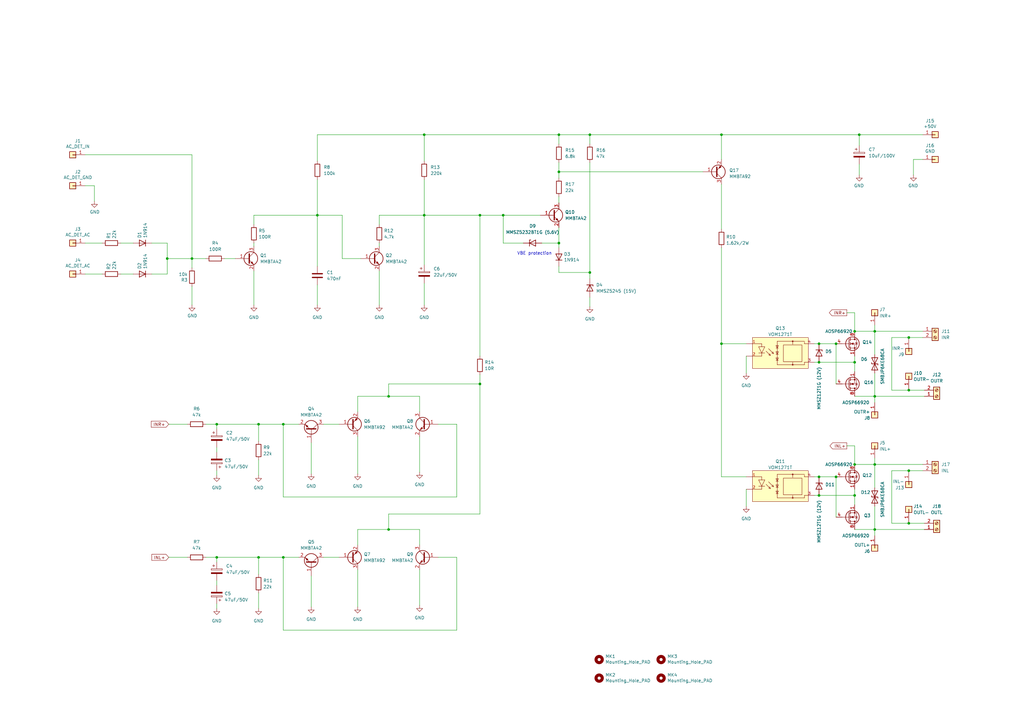
<source format=kicad_sch>
(kicad_sch (version 20230121) (generator eeschema)
  (paper "A3")
  (title_block (title "LS protection solid state relais") (date "2023-03-05") (rev "V4"))
  (lib_symbols
    (symbol "Connector:Screw_Terminal_01x02" (pin_names (offset 1.016) hide)
      (property "Reference" "J" (at 0 2.54 0))
      (property "Value" "Screw_Terminal_01x02" (at 0 -5.08 0))
      (symbol "Screw_Terminal_01x02_1_1"
        (rectangle (start -1.27 1.27) (end 1.27 -3.81) (stroke (width 0.254)) (fill (type background)))
        (circle (center 0 -2.54) (radius 0.635) (stroke (width 0.1524)))
        (polyline (pts (xy -0.5334 -2.2098) (xy 0.3302 -3.048)) (stroke (width 0.1524)))
        (polyline (pts (xy -0.5334 0.3302) (xy 0.3302 -0.508)) (stroke (width 0.1524)))
        (polyline (pts (xy -0.3556 -2.032) (xy 0.508 -2.8702)) (stroke (width 0.1524)))
        (polyline (pts (xy -0.3556 0.508) (xy 0.508 -0.3302)) (stroke (width 0.1524)))
        (circle (center 0 0) (radius 0.635) (stroke (width 0.1524)))
        (pin passive line (at -5.08 0 0) (length 3.81) (name "Pin_1") (number "1"))
        (pin passive line (at -5.08 -2.54 0) (length 3.81) (name "Pin_2") (number "2"))
      )
    )
    (symbol "Connector_Generic:Conn_01x01" (pin_names (offset 1.016) hide)
      (property "Reference" "J" (at 0 2.54 0))
      (property "Value" "Conn_01x01" (at 0 -2.54 0))
      (symbol "Conn_01x01_1_1"
        (rectangle (start -1.27 0.127) (end 0 -0.127) (stroke (width 0.1524)))
        (rectangle (start -1.27 1.27) (end 1.27 -1.27) (stroke (width 0.254)) (fill (type background)))
        (pin passive line (at -5.08 0 0) (length 3.81) (name "Pin_1") (number "1"))
      )
    )
    (symbol "Device:C" (pin_numbers hide) (pin_names (offset 0.254))
      (property "Reference" "C" (at 0.635 2.54 0))
      (property "Value" "C" (at 0.635 -2.54 0))
      (symbol "C_0_1"
        (polyline (pts (xy -2.032 -0.762) (xy 2.032 -0.762)) (stroke (width 0.508)))
        (polyline (pts (xy -2.032 0.762) (xy 2.032 0.762)) (stroke (width 0.508)))
      )
      (symbol "C_1_1"
        (pin passive line (at 0 3.81 270) (length 2.794) (name "~") (number "1"))
        (pin passive line (at 0 -3.81 90) (length 2.794) (name "~") (number "2"))
      )
    )
    (symbol "Device:C_Polarized" (pin_numbers hide) (pin_names (offset 0.254))
      (property "Reference" "C" (at 0.635 2.54 0))
      (property "Value" "C_Polarized" (at 0.635 -2.54 0))
      (symbol "C_Polarized_0_1"
        (rectangle (start -2.286 0.508) (end 2.286 1.016))
        (polyline (pts (xy -1.778 2.286) (xy -0.762 2.286)))
        (polyline (pts (xy -1.27 2.794) (xy -1.27 1.778)))
        (rectangle (start 2.286 -0.508) (end -2.286 -1.016) (fill (type outline)))
      )
      (symbol "C_Polarized_1_1"
        (pin passive line (at 0 3.81 270) (length 2.794) (name "~") (number "1"))
        (pin passive line (at 0 -3.81 90) (length 2.794) (name "~") (number "2"))
      )
    )
    (symbol "Device:D_TVS" (pin_numbers hide) (pin_names (offset 1.016) hide)
      (property "Reference" "D" (at 0 2.54 0))
      (property "Value" "D_TVS" (at 0 -2.54 0))
      (symbol "D_TVS_0_1"
        (polyline (pts (xy 1.27 0) (xy -1.27 0)))
        (polyline (pts (xy 0.508 1.27) (xy 0 1.27) (xy 0 -1.27) (xy -0.508 -1.27)) (stroke (width 0.254)))
        (polyline (pts (xy -2.54 1.27) (xy -2.54 -1.27) (xy 2.54 1.27) (xy 2.54 -1.27) (xy -2.54 1.27)) (stroke (width 0.254)))
      )
      (symbol "D_TVS_1_1"
        (pin passive line (at -3.81 0 0) (length 2.54) (name "A1") (number "1"))
        (pin passive line (at 3.81 0 180) (length 2.54) (name "A2") (number "2"))
      )
    )
    (symbol "Device:R" (pin_numbers hide) (pin_names (offset 0))
      (property "Reference" "R" (at 2.032 0 90))
      (property "Value" "R" (at 0 0 90))
      (symbol "R_0_1"
        (rectangle (start -1.016 -2.54) (end 1.016 2.54) (stroke (width 0.254)))
      )
      (symbol "R_1_1"
        (pin passive line (at 0 3.81 270) (length 1.27) (name "~") (number "1"))
        (pin passive line (at 0 -3.81 90) (length 1.27) (name "~") (number "2"))
      )
    )
    (symbol "Diode:1N4148" (pin_numbers hide) (pin_names (offset 1.016) hide)
      (property "Reference" "D" (at 0 2.54 0))
      (property "Value" "1N4148" (at 0 -2.54 0))
      (symbol "1N4148_0_1"
        (polyline (pts (xy -1.27 1.27) (xy -1.27 -1.27)) (stroke (width 0.254)))
        (polyline (pts (xy 1.27 0) (xy -1.27 0)))
        (polyline (pts (xy 1.27 1.27) (xy 1.27 -1.27) (xy -1.27 0) (xy 1.27 1.27)) (stroke (width 0.254)))
      )
      (symbol "1N4148_1_1"
        (pin passive line (at -3.81 0 0) (length 2.54) (name "K") (number "1"))
        (pin passive line (at 3.81 0 180) (length 2.54) (name "A") (number "2"))
      )
    )
    (symbol "Diode:1N47xxA" (pin_numbers hide) (pin_names (offset 1.016) hide)
      (property "Reference" "D" (at 0 2.54 0))
      (property "Value" "1N47xxA" (at 0 -2.54 0))
      (symbol "1N47xxA_0_1"
        (polyline (pts (xy 1.27 0) (xy -1.27 0)))
        (polyline (pts (xy -1.27 -1.27) (xy -1.27 1.27) (xy -0.762 1.27)) (stroke (width 0.254)))
        (polyline (pts (xy 1.27 -1.27) (xy 1.27 1.27) (xy -1.27 0) (xy 1.27 -1.27)) (stroke (width 0.254)))
      )
      (symbol "1N47xxA_1_1"
        (pin passive line (at -3.81 0 0) (length 2.54) (name "K") (number "1"))
        (pin passive line (at 3.81 0 180) (length 2.54) (name "A") (number "2"))
      )
    )
    (symbol "Mechanical:MountingHole" (pin_names (offset 1.016))
      (property "Reference" "H" (at 0 5.08 0))
      (property "Value" "MountingHole" (at 0 3.175 0))
      (symbol "MountingHole_0_1"
        (circle (center 0 0) (radius 1.27) (stroke (width 1.27)))
      )
    )
    (symbol "Transistor_BJT:MMBTA42" (pin_names (offset 0) hide)
      (property "Reference" "Q" (at 5.08 1.905 0))
      (property "Value" "MMBTA42" (at 5.08 0 0))
      (symbol "MMBTA42_0_1"
        (polyline (pts (xy 0 0) (xy 0.635 0)))
        (polyline (pts (xy 0.635 0.635) (xy 2.54 2.54)))
        (polyline (pts (xy 0.635 -0.635) (xy 2.54 -2.54) (xy 2.54 -2.54)))
        (polyline (pts (xy 0.635 1.905) (xy 0.635 -1.905) (xy 0.635 -1.905)) (stroke (width 0.508)))
        (polyline (pts (xy 1.27 -1.778) (xy 1.778 -1.27) (xy 2.286 -2.286) (xy 1.27 -1.778) (xy 1.27 -1.778)) (fill (type outline)))
        (circle (center 1.27 0) (radius 2.8194) (stroke (width 0.254)))
      )
      (symbol "MMBTA42_1_1"
        (pin input line (at -5.08 0 0) (length 5.08) (name "B") (number "1"))
        (pin passive line (at 2.54 -5.08 90) (length 2.54) (name "E") (number "2"))
        (pin passive line (at 2.54 5.08 270) (length 2.54) (name "C") (number "3"))
      )
    )
    (symbol "Transistor_BJT:MMBTA92" (pin_names (offset 0) hide)
      (property "Reference" "Q" (at 5.08 1.905 0))
      (property "Value" "MMBTA92" (at 5.08 0 0))
      (symbol "MMBTA92_0_1"
        (polyline (pts (xy 0 0) (xy 0.635 0)))
        (polyline (pts (xy 2.54 -2.54) (xy 0.635 -0.635)))
        (polyline (pts (xy 2.54 2.54) (xy 0.635 0.635)))
        (polyline (pts (xy 0.635 1.905) (xy 0.635 -1.905) (xy 0.635 -1.905)) (stroke (width 0.508)) (fill (type outline)))
        (polyline (pts (xy 1.905 -2.413) (xy 2.413 -1.905) (xy 1.397 -1.397) (xy 1.905 -2.413) (xy 1.905 -2.413)) (fill (type outline)))
        (circle (center 1.27 0) (radius 2.8194) (stroke (width 0.254)))
      )
      (symbol "MMBTA92_1_1"
        (pin input line (at -5.08 0 0) (length 5.08) (name "B") (number "1"))
        (pin passive line (at 2.54 -5.08 90) (length 2.54) (name "E") (number "2"))
        (pin passive line (at 2.54 5.08 270) (length 2.54) (name "C") (number "3"))
      )
    )
    (symbol "Transistor_FET:IRF7403" (pin_names hide)
      (property "Reference" "Q" (at 5.08 2.54 0))
      (property "Value" "IRF7403" (at 5.08 0 0))
      (symbol "IRF7403_0_1"
        (polyline (pts (xy 0.254 0) (xy -2.54 0)))
        (polyline (pts (xy 0.254 1.905) (xy 0.254 -1.905)) (stroke (width 0.254)))
        (polyline (pts (xy 0.762 -1.27) (xy 0.762 -2.286)) (stroke (width 0.254)))
        (polyline (pts (xy 0.762 0.508) (xy 0.762 -0.508)) (stroke (width 0.254)))
        (polyline (pts (xy 0.762 2.286) (xy 0.762 1.27)) (stroke (width 0.254)))
        (polyline (pts (xy 2.54 2.54) (xy 2.54 1.778)))
        (polyline (pts (xy 2.54 -2.54) (xy 2.54 0) (xy 0.762 0)))
        (polyline (pts (xy 0.762 -1.778) (xy 3.302 -1.778) (xy 3.302 1.778) (xy 0.762 1.778)))
        (polyline (pts (xy 1.016 0) (xy 2.032 0.381) (xy 2.032 -0.381) (xy 1.016 0)) (fill (type outline)))
        (polyline (pts (xy 2.794 0.508) (xy 2.921 0.381) (xy 3.683 0.381) (xy 3.81 0.254)))
        (polyline (pts (xy 3.302 0.381) (xy 2.921 -0.254) (xy 3.683 -0.254) (xy 3.302 0.381)))
        (circle (center 1.651 0) (radius 2.794) (stroke (width 0.254)))
        (circle (center 2.54 -1.778) (radius 0.254) (fill (type outline)))
        (circle (center 2.54 1.778) (radius 0.254) (fill (type outline)))
      )
      (symbol "IRF7403_1_1"
        (pin passive line (at 2.54 -5.08 90) (length 2.54) (name "S") (number "1"))
        (pin passive line (at 2.54 -5.08 90) (length 2.54) hide (name "S") (number "2"))
        (pin passive line (at 2.54 -5.08 90) (length 2.54) hide (name "S") (number "3"))
        (pin input line (at -5.08 0 0) (length 2.54) (name "G") (number "4"))
        (pin passive line (at 2.54 5.08 270) (length 2.54) hide (name "D") (number "5"))
        (pin passive line (at 2.54 5.08 270) (length 2.54) hide (name "D") (number "6"))
        (pin passive line (at 2.54 5.08 270) (length 2.54) hide (name "D") (number "7"))
        (pin passive line (at 2.54 5.08 270) (length 2.54) (name "D") (number "8"))
      )
    )
    (symbol "kicad-snk:VOM1271T" (pin_names (offset 1.016))
      (property "Reference" "Q" (at 0 5.08 0))
      (property "Value" "VOM1271T" (at 0 7.62 0))
      (symbol "VOM1271T_1_1"
        (polyline (pts (xy 7.62 -3.81) (xy 10.16 -3.81)))
        (polyline (pts (xy 7.62 -1.27) (xy 8.89 -3.81)))
        (polyline (pts (xy 7.62 -1.27) (xy 10.16 -1.27)))
        (polyline (pts (xy 8.89 -5.08) (xy 8.89 -3.81)))
        (polyline (pts (xy 8.89 -3.81) (xy 10.16 -1.27)))
        (polyline (pts (xy 8.89 0) (xy 8.89 -1.27)))
        (polyline (pts (xy 10.668 -3.048) (xy 12.446 -4.826)))
        (polyline (pts (xy 11.684 -2.032) (xy 13.716 -4.064)))
        (polyline (pts (xy 12.446 -4.826) (xy 11.684 -4.572)))
        (polyline (pts (xy 12.446 -4.826) (xy 12.192 -4.064)))
        (polyline (pts (xy 13.716 -4.064) (xy 12.954 -3.81)))
        (polyline (pts (xy 13.716 -4.064) (xy 13.462 -3.302)))
        (polyline (pts (xy 14.732 -6.858) (xy 15.748 -6.858)))
        (polyline (pts (xy 14.732 -5.842) (xy 15.748 -5.842)))
        (polyline (pts (xy 14.732 -4.318) (xy 15.748 -4.318)))
        (polyline (pts (xy 14.732 -3.302) (xy 15.24 -4.318)))
        (polyline (pts (xy 14.732 -3.302) (xy 15.748 -3.302)))
        (polyline (pts (xy 14.732 -1.778) (xy 15.748 -1.778)))
        (polyline (pts (xy 14.732 -0.762) (xy 15.748 -0.762)))
        (polyline (pts (xy 15.24 -8.636) (xy 15.24 1.016)))
        (polyline (pts (xy 15.24 -8.636) (xy 26.416 -8.636)))
        (polyline (pts (xy 15.24 -6.858) (xy 14.732 -5.842)))
        (polyline (pts (xy 15.24 -4.318) (xy 15.748 -3.302)))
        (polyline (pts (xy 15.24 -1.778) (xy 14.732 -0.762)))
        (polyline (pts (xy 15.24 1.016) (xy 26.416 1.016)))
        (polyline (pts (xy 15.748 -5.842) (xy 15.24 -6.858)))
        (polyline (pts (xy 15.748 -0.762) (xy 15.24 -1.778)))
        (polyline (pts (xy 21.59 -8.636) (xy 21.59 -7.62)))
        (polyline (pts (xy 21.59 1.016) (xy 21.59 -0.254)))
        (polyline (pts (xy 26.416 -8.636) (xy 26.416 -7.62)))
        (polyline (pts (xy 26.416 0) (xy 26.416 0.762)))
        (rectangle (start 5.08 2.54) (end 27.94 -10.16) (fill (type background)))
        (rectangle (start 17.78 -0.508) (end 25.4 -7.366) (fill (type background)))
        (circle (center 21.59 -8.636) (radius 0.254))
        (circle (center 21.59 1.016) (radius 0.254))
        (pin passive line (at 2.54 0 0) (length 6.35) (name "ANODE") (number "1"))
        (pin passive line (at 2.54 -5.08 0) (length 6.35) (name "CATHODE") (number "2"))
        (pin passive line (at 30.48 -7.62 180) (length 4.064) (name "3") (number "3"))
        (pin passive line (at 30.48 0 180) (length 4.064) (name "4") (number "4"))
      )
    )
    (symbol "power:GND" (power) (pin_names (offset 0))
      (property "Value" "GND" (at 0 -3.81 0))
      (symbol "GND_0_1"
        (polyline (pts (xy 0 0) (xy 0 -1.27) (xy 1.27 -1.27) (xy 0 -2.54) (xy -1.27 -1.27) (xy 0 -1.27)))
      )
      (symbol "GND_1_1"
        (pin power_in line (at 0 0 270) (length 0) hide (name "GND") (number "1"))
      )
    )
  )
  (junction (at 335.915 195.58))
  (junction (at 68.58 106.045))
  (junction (at 173.99 88.265))
  (junction (at 295.91 55.245))
  (junction (at 88.9 228.6))
  (junction (at 130.175 88.265))
  (junction (at 196.85 88.265))
  (junction (at 342.9 195.58))
  (junction (at 241.935 111.76))
  (junction (at 342.9 140.97))
  (junction (at 106.045 173.99))
  (junction (at 116.205 228.6))
  (junction (at 335.915 203.2))
  (junction (at 106.045 228.6))
  (junction (at 350.52 135.89))
  (junction (at 335.915 148.59))
  (junction (at 206.375 88.265))
  (junction (at 78.74 106.045))
  (junction (at 358.775 217.17))
  (junction (at 350.52 190.5))
  (junction (at 358.775 190.5))
  (junction (at 352.425 55.245))
  (junction (at 196.85 157.48))
  (junction (at 372.745 214.63))
  (junction (at 159.385 162.56))
  (junction (at 229.235 70.485))
  (junction (at 372.745 160.02))
  (junction (at 116.205 173.99))
  (junction (at 229.235 55.245))
  (junction (at 295.91 140.97))
  (junction (at 358.775 135.89))
  (junction (at 350.52 148.59))
  (junction (at 229.235 99.695))
  (junction (at 159.385 217.17))
  (junction (at 241.935 55.245))
  (junction (at 88.9 173.99))
  (junction (at 335.915 140.97))
  (junction (at 372.745 193.04))
  (junction (at 350.52 203.2))
  (junction (at 173.99 55.245))
  (junction (at 358.775 162.56))
  (junction (at 372.745 138.43))
  (wire (pts (xy 342.9 140.97) (xy 342.9 157.48)))
  (wire (pts (xy 116.205 203.835) (xy 187.325 203.835)))
  (wire (pts (xy 295.91 55.245) (xy 295.91 65.405)))
  (wire (pts (xy 196.85 210.82) (xy 196.85 157.48)))
  (wire (pts (xy 335.915 148.59) (xy 350.52 148.59)))
  (wire (pts (xy 104.14 111.125) (xy 104.14 125.095)))
  (wire (pts (xy 295.91 55.245) (xy 352.425 55.245)))
  (wire (pts (xy 229.235 70.485) (xy 288.29 70.485)))
  (wire (pts (xy 104.14 99.695) (xy 104.14 100.965)))
  (wire (pts (xy 132.715 228.6) (xy 139.065 228.6)))
  (wire (pts (xy 334.01 195.58) (xy 335.915 195.58)))
  (wire (pts (xy 92.075 106.045) (xy 96.52 106.045)))
  (wire (pts (xy 173.99 116.205) (xy 173.99 125.095)))
  (wire (pts (xy 88.9 228.6) (xy 88.9 230.505)))
  (wire (pts (xy 372.745 193.04) (xy 372.745 193.675)))
  (wire (pts (xy 358.775 217.17) (xy 379.095 217.17)))
  (wire (pts (xy 187.325 258.445) (xy 187.325 228.6)))
  (wire (pts (xy 159.385 157.48) (xy 159.385 162.56)))
  (wire (pts (xy 350.52 135.89) (xy 358.775 135.89)))
  (wire (pts (xy 372.745 159.385) (xy 372.745 160.02)))
  (wire (pts (xy 78.74 117.475) (xy 78.74 125.095)))
  (wire (pts (xy 358.775 145.415) (xy 358.775 135.89)))
  (wire (pts (xy 106.045 243.205) (xy 106.045 249.555)))
  (wire (pts (xy 196.85 157.48) (xy 159.385 157.48)))
  (wire (pts (xy 374.65 65.405) (xy 378.46 65.405)))
  (wire (pts (xy 229.235 93.345) (xy 229.235 99.695)))
  (wire (pts (xy 140.335 106.045) (xy 147.955 106.045)))
  (wire (pts (xy 335.915 140.97) (xy 342.9 140.97)))
  (wire (pts (xy 229.235 111.76) (xy 241.935 111.76)))
  (wire (pts (xy 127.635 181.61) (xy 127.635 194.31)))
  (wire (pts (xy 172.085 217.17) (xy 172.085 223.52)))
  (wire (pts (xy 88.9 173.99) (xy 106.045 173.99)))
  (wire (pts (xy 88.9 183.515) (xy 88.9 185.42)))
  (wire (pts (xy 140.335 88.265) (xy 140.335 106.045)))
  (wire (pts (xy 295.91 140.97) (xy 295.91 195.58)))
  (wire (pts (xy 38.735 76.2) (xy 34.925 76.2)))
  (wire (pts (xy 78.74 63.5) (xy 34.925 63.5)))
  (wire (pts (xy 173.99 88.265) (xy 155.575 88.265)))
  (wire (pts (xy 62.23 112.395) (xy 68.58 112.395)))
  (wire (pts (xy 241.935 121.92) (xy 241.935 125.73)))
  (wire (pts (xy 365.76 193.04) (xy 365.76 214.63)))
  (wire (pts (xy 334.01 203.2) (xy 335.915 203.2)))
  (wire (pts (xy 378.46 193.04) (xy 372.745 193.04)))
  (wire (pts (xy 378.46 138.43) (xy 372.745 138.43)))
  (wire (pts (xy 306.07 146.05) (xy 306.07 153.035)))
  (wire (pts (xy 116.205 228.6) (xy 116.205 258.445)))
  (wire (pts (xy 78.74 106.045) (xy 84.455 106.045)))
  (wire (pts (xy 49.53 99.695) (xy 54.61 99.695)))
  (wire (pts (xy 206.375 88.265) (xy 221.615 88.265)))
  (wire (pts (xy 347.345 182.88) (xy 350.52 182.88)))
  (wire (pts (xy 106.045 188.595) (xy 106.045 194.945)))
  (wire (pts (xy 358.775 190.5) (xy 378.46 190.5)))
  (wire (pts (xy 127.635 236.22) (xy 127.635 248.92)))
  (wire (pts (xy 350.52 200.66) (xy 350.52 203.2)))
  (wire (pts (xy 295.91 195.58) (xy 306.07 195.58)))
  (wire (pts (xy 241.935 111.76) (xy 241.935 114.3)))
  (wire (pts (xy 352.425 55.245) (xy 378.46 55.245)))
  (wire (pts (xy 229.235 109.22) (xy 229.235 111.76)))
  (wire (pts (xy 295.91 101.6) (xy 295.91 140.97)))
  (wire (pts (xy 372.745 160.02) (xy 379.095 160.02)))
  (wire (pts (xy 155.575 88.265) (xy 155.575 92.075)))
  (wire (pts (xy 34.925 99.695) (xy 41.91 99.695)))
  (wire (pts (xy 173.99 55.245) (xy 130.175 55.245)))
  (wire (pts (xy 34.925 112.395) (xy 41.91 112.395)))
  (wire (pts (xy 68.58 106.045) (xy 68.58 112.395)))
  (wire (pts (xy 229.235 66.675) (xy 229.235 70.485)))
  (wire (pts (xy 49.53 112.395) (xy 54.61 112.395)))
  (wire (pts (xy 155.575 99.695) (xy 155.575 100.965)))
  (wire (pts (xy 106.045 228.6) (xy 116.205 228.6)))
  (wire (pts (xy 116.205 258.445) (xy 187.325 258.445)))
  (wire (pts (xy 173.99 73.66) (xy 173.99 88.265)))
  (wire (pts (xy 104.14 88.265) (xy 104.14 92.075)))
  (wire (pts (xy 196.85 88.265) (xy 196.85 146.05)))
  (wire (pts (xy 130.175 88.265) (xy 140.335 88.265)))
  (wire (pts (xy 295.91 140.97) (xy 306.07 140.97)))
  (wire (pts (xy 334.01 140.97) (xy 335.915 140.97)))
  (wire (pts (xy 350.52 217.17) (xy 358.775 217.17)))
  (wire (pts (xy 159.385 217.17) (xy 159.385 210.82)))
  (wire (pts (xy 106.045 173.99) (xy 106.045 180.975)))
  (wire (pts (xy 106.045 173.99) (xy 116.205 173.99)))
  (wire (pts (xy 116.205 173.99) (xy 122.555 173.99)))
  (wire (pts (xy 104.14 88.265) (xy 130.175 88.265)))
  (wire (pts (xy 358.775 207.645) (xy 358.775 217.17)))
  (wire (pts (xy 352.425 67.31) (xy 352.425 71.755)))
  (wire (pts (xy 78.74 106.045) (xy 78.74 109.855)))
  (wire (pts (xy 187.325 228.6) (xy 179.705 228.6)))
  (wire (pts (xy 130.175 73.66) (xy 130.175 88.265)))
  (wire (pts (xy 358.775 187.96) (xy 358.775 190.5)))
  (wire (pts (xy 358.775 217.17) (xy 358.775 219.71)))
  (wire (pts (xy 241.935 55.245) (xy 241.935 59.055)))
  (wire (pts (xy 146.685 179.07) (xy 146.685 194.31)))
  (wire (pts (xy 347.345 128.27) (xy 350.52 128.27)))
  (wire (pts (xy 173.99 55.245) (xy 229.235 55.245)))
  (wire (pts (xy 106.045 228.6) (xy 106.045 235.585)))
  (wire (pts (xy 350.52 182.88) (xy 350.52 190.5)))
  (wire (pts (xy 334.01 148.59) (xy 335.915 148.59)))
  (wire (pts (xy 342.9 195.58) (xy 342.9 212.09)))
  (wire (pts (xy 173.99 55.245) (xy 173.99 66.04)))
  (wire (pts (xy 130.175 55.245) (xy 130.175 66.04)))
  (wire (pts (xy 130.175 88.265) (xy 130.175 109.22)))
  (wire (pts (xy 172.085 179.07) (xy 172.085 193.675)))
  (wire (pts (xy 68.58 99.695) (xy 62.23 99.695)))
  (wire (pts (xy 350.52 148.59) (xy 350.52 152.4)))
  (wire (pts (xy 358.775 153.035) (xy 358.775 162.56)))
  (wire (pts (xy 222.25 99.695) (xy 229.235 99.695)))
  (wire (pts (xy 173.99 88.265) (xy 196.85 88.265)))
  (wire (pts (xy 159.385 162.56) (xy 172.085 162.56)))
  (wire (pts (xy 88.9 173.99) (xy 88.9 175.895)))
  (wire (pts (xy 68.58 106.045) (xy 78.74 106.045)))
  (wire (pts (xy 350.52 146.05) (xy 350.52 148.59)))
  (wire (pts (xy 88.9 228.6) (xy 106.045 228.6)))
  (wire (pts (xy 229.235 99.695) (xy 229.235 101.6)))
  (wire (pts (xy 229.235 55.245) (xy 229.235 59.055)))
  (wire (pts (xy 350.52 128.27) (xy 350.52 135.89)))
  (wire (pts (xy 38.735 82.55) (xy 38.735 76.2)))
  (wire (pts (xy 187.325 203.835) (xy 187.325 173.99)))
  (wire (pts (xy 116.205 173.99) (xy 116.205 203.835)))
  (wire (pts (xy 229.235 70.485) (xy 229.235 73.025)))
  (wire (pts (xy 146.685 162.56) (xy 159.385 162.56)))
  (wire (pts (xy 88.9 193.04) (xy 88.9 194.945)))
  (wire (pts (xy 241.935 66.675) (xy 241.935 111.76)))
  (wire (pts (xy 88.9 238.125) (xy 88.9 240.03)))
  (wire (pts (xy 372.745 193.04) (xy 365.76 193.04)))
  (wire (pts (xy 372.745 213.995) (xy 372.745 214.63)))
  (wire (pts (xy 172.085 233.68) (xy 172.085 248.285)))
  (wire (pts (xy 146.685 217.17) (xy 159.385 217.17)))
  (wire (pts (xy 88.9 247.65) (xy 88.9 249.555)))
  (wire (pts (xy 365.76 160.02) (xy 372.745 160.02)))
  (wire (pts (xy 335.915 195.58) (xy 342.9 195.58)))
  (wire (pts (xy 196.85 153.67) (xy 196.85 157.48)))
  (wire (pts (xy 187.325 173.99) (xy 179.705 173.99)))
  (wire (pts (xy 335.915 203.2) (xy 350.52 203.2)))
  (wire (pts (xy 132.715 173.99) (xy 139.065 173.99)))
  (wire (pts (xy 350.52 162.56) (xy 358.775 162.56)))
  (wire (pts (xy 68.58 106.045) (xy 68.58 99.695)))
  (wire (pts (xy 69.215 173.99) (xy 76.835 173.99)))
  (wire (pts (xy 358.775 133.35) (xy 358.775 135.89)))
  (wire (pts (xy 372.745 214.63) (xy 379.095 214.63)))
  (wire (pts (xy 146.685 223.52) (xy 146.685 217.17)))
  (wire (pts (xy 206.375 99.695) (xy 206.375 88.265)))
  (wire (pts (xy 172.085 162.56) (xy 172.085 168.91)))
  (wire (pts (xy 358.775 200.025) (xy 358.775 190.5)))
  (wire (pts (xy 78.74 106.045) (xy 78.74 63.5)))
  (wire (pts (xy 196.85 88.265) (xy 206.375 88.265)))
  (wire (pts (xy 159.385 217.17) (xy 172.085 217.17)))
  (wire (pts (xy 84.455 228.6) (xy 88.9 228.6)))
  (wire (pts (xy 173.99 88.265) (xy 173.99 108.585)))
  (wire (pts (xy 358.775 135.89) (xy 378.46 135.89)))
  (wire (pts (xy 146.685 168.91) (xy 146.685 162.56)))
  (wire (pts (xy 229.235 80.645) (xy 229.235 83.185)))
  (wire (pts (xy 69.215 228.6) (xy 76.835 228.6)))
  (wire (pts (xy 84.455 173.99) (xy 88.9 173.99)))
  (wire (pts (xy 372.745 138.43) (xy 365.76 138.43)))
  (wire (pts (xy 358.775 162.56) (xy 358.775 165.1)))
  (wire (pts (xy 155.575 111.125) (xy 155.575 125.095)))
  (wire (pts (xy 365.76 138.43) (xy 365.76 160.02)))
  (wire (pts (xy 365.76 214.63) (xy 372.745 214.63)))
  (wire (pts (xy 352.425 55.245) (xy 352.425 59.69)))
  (wire (pts (xy 130.175 116.84) (xy 130.175 125.095)))
  (wire (pts (xy 159.385 210.82) (xy 196.85 210.82)))
  (wire (pts (xy 146.685 233.68) (xy 146.685 248.92)))
  (wire (pts (xy 241.935 55.245) (xy 295.91 55.245)))
  (wire (pts (xy 372.745 138.43) (xy 372.745 139.065)))
  (wire (pts (xy 350.52 203.2) (xy 350.52 207.01)))
  (wire (pts (xy 295.91 75.565) (xy 295.91 93.98)))
  (wire (pts (xy 374.65 71.755) (xy 374.65 65.405)))
  (wire (pts (xy 214.63 99.695) (xy 206.375 99.695)))
  (wire (pts (xy 229.235 55.245) (xy 241.935 55.245)))
  (wire (pts (xy 350.52 190.5) (xy 358.775 190.5)))
  (wire (pts (xy 306.07 200.66) (xy 306.07 207.645)))
  (wire (pts (xy 116.205 228.6) (xy 122.555 228.6)))
  (wire (pts (xy 358.775 162.56) (xy 379.095 162.56)))
  (text "VBE protection" (at 212.09 104.775 0) (effects (font (size 1.27 1.27)) (justify left bottom)))
  (global_label "INL+" (shape output) (at 347.345 182.88 180) (property "Intersheetrefs" "${INTERSHEET_REFS}" (effects hide)))
  (global_label "INL+" (shape input) (at 69.215 228.6 180) (property "Intersheetrefs" "${INTERSHEET_REFS}" (effects hide)))
  (global_label "INR+" (shape output) (at 347.345 128.27 180) (property "Intersheetrefs" "${INTERSHEET_REFS}" (effects hide)))
  (global_label "INR+" (shape input) (at 69.215 173.99 180) (property "Intersheetrefs" "${INTERSHEET_REFS}" (effects hide)))
  (symbol (lib_id "power:GND") (at 374.65 71.755 0) (mirror y) (unit 1)
    (property "Reference" "#PWR0101" (effects hide))
    (property "Value" "GND" (at 374.523 76.1492 0))
  )
  (symbol (lib_id "Diode:1N47xxA") (at 335.915 144.78 270) (unit 1)
    (property "Reference" "D5" (at 338.455 144.145 90) (effects (justify left)))
    (property "Value" "MMSZ12T1G (12V)" (at 335.915 150.495 0) (effects (justify left)))
    (property "Footprint" "Diode_SMD:D_SOD-123" (effects hide))
  )
  (symbol (lib_id "power:GND") (at 306.07 207.645 0) (unit 1)
    (property "Reference" "#PWR0102" (effects hide))
    (property "Value" "GND" (at 306.07 212.725 0))
  )
  (symbol (lib_id "power:GND") (at 146.685 248.92 0) (unit 1)
    (property "Reference" "#PWR0110" (effects hide))
    (property "Value" "GND" (at 146.685 254 0))
  )
  (symbol (lib_id "Connector_Generic:Conn_01x01") (at 358.775 128.27 90) (unit 1)
    (property "Reference" "J7" (at 360.68 127 90) (effects (justify right)))
    (property "Value" "INR+" (at 360.68 129.54 90) (effects (justify right)))
    (property "Footprint" "kicad-snk:TE-726386-2_Pitch5.08mm_Drill1.3mm" (effects hide))
  )
  (symbol (lib_id "Device:R") (at 104.14 95.885 0) (unit 1)
    (property "Reference" "R5" (at 106.045 94.6149 0) (effects (justify left)))
    (property "Value" "100R" (at 106.045 97.1549 0) (effects (justify left)))
    (property "Footprint" "Resistor_SMD:R_0805_2012Metric_Pad1.20x1.40mm_HandSolder" (effects hide))
  )
  (symbol (lib_id "Transistor_FET:IRF7403") (at 347.98 195.58 0) (unit 1)
    (property "Reference" "Q12" (at 353.695 194.945 0) (effects (justify left)))
    (property "Value" "AOSP66920" (at 338.455 190.5 0) (effects (justify left)))
    (property "Footprint" "Package_SO:SOIC-8_3.9x4.9mm_P1.27mm" (effects hide))
    (property "Datasheet" "https://www.infineon.com/dgdl/irf7403pbf.pdf?fileId=5546d462533600a4015355fa23541b9c" (effects hide))
  )
  (symbol (lib_id "Transistor_BJT:MMBTA42") (at 174.625 228.6 0) (mirror y) (unit 1)
    (property "Reference" "Q9" (at 169.545 227.3299 0) (effects (justify left)))
    (property "Value" "MMBTA42" (at 169.545 229.8699 0) (effects (justify left)))
    (property "Footprint" "Package_TO_SOT_SMD:SOT-23" (effects hide))
    (property "Datasheet" "https://www.onsemi.com/pub/Collateral/MMBTA42LT1-D.PDF" (effects hide))
  )
  (symbol (lib_id "Transistor_BJT:MMBTA42") (at 101.6 106.045 0) (unit 1)
    (property "Reference" "Q1" (at 106.68 104.7749 0) (effects (justify left)))
    (property "Value" "MMBTA42" (at 106.68 107.3149 0) (effects (justify left)))
    (property "Footprint" "Package_TO_SOT_SMD:SOT-23" (effects hide))
    (property "Datasheet" "https://www.onsemi.com/pub/Collateral/MMBTA42LT1-D.PDF" (effects hide))
  )
  (symbol (lib_id "Transistor_BJT:MMBTA42") (at 153.035 106.045 0) (unit 1)
    (property "Reference" "Q2" (at 158.115 104.7749 0) (effects (justify left)))
    (property "Value" "MMBTA42" (at 158.115 107.3149 0) (effects (justify left)))
    (property "Footprint" "Package_TO_SOT_SMD:SOT-23" (effects hide))
    (property "Datasheet" "https://www.onsemi.com/pub/Collateral/MMBTA42LT1-D.PDF" (effects hide))
  )
  (symbol (lib_id "Connector_Generic:Conn_01x01") (at 358.775 170.18 270) (unit 1)
    (property "Reference" "J8" (at 356.87 171.45 90) (effects (justify right)))
    (property "Value" "OUTR+" (at 356.87 168.91 90) (effects (justify right)))
    (property "Footprint" "kicad-snk:TE-726386-2_Pitch5.08mm_Drill1.3mm" (effects hide))
  )
  (symbol (lib_id "Mechanical:MountingHole") (at 271.145 278.13 0) (unit 1)
    (property "Reference" "MK4" (at 273.685 276.8346 0) (effects (justify left)))
    (property "Value" "Mounting_Hole_PAD" (at 273.685 279.146 0) (effects (justify left)))
    (property "Footprint" "MountingHole:MountingHole_3.2mm_M3_Pad_Via" (effects hide))
  )
  (symbol (lib_id "Mechanical:MountingHole") (at 245.745 278.13 0) (unit 1)
    (property "Reference" "MK2" (at 248.285 276.8346 0) (effects (justify left)))
    (property "Value" "Mounting_Hole_PAD" (at 248.285 279.146 0) (effects (justify left)))
    (property "Footprint" "MountingHole:MountingHole_3.2mm_M3_Pad_Via" (effects hide))
  )
  (symbol (lib_id "Connector:Screw_Terminal_01x02") (at 383.54 135.89 0) (unit 1)
    (property "Reference" "J11" (at 386.08 135.8899 0) (effects (justify left)))
    (property "Value" "INR" (at 386.08 138.4299 0) (effects (justify left)))
    (property "Footprint" "TerminalBlock_RND:TerminalBlock_RND_205-00012_1x02_P5.00mm_Horizontal" (effects hide))
  )
  (symbol (lib_id "Diode:1N4148") (at 229.235 105.41 90) (unit 1)
    (property "Reference" "D3" (at 231.267 104.2416 90) (effects (justify right)))
    (property "Value" "1N914" (at 231.267 106.553 90) (effects (justify right)))
    (property "Footprint" "Diode_SMD:D_SOD-123" (effects hide))
    (property "Datasheet" "https://assets.nexperia.com/documents/data-sheet/1N4148_1N4448.pdf" (effects hide))
  )
  (symbol (lib_id "Connector_Generic:Conn_01x01") (at 29.845 63.5 180) (unit 1)
    (property "Reference" "J1" (at 31.9278 57.785 0))
    (property "Value" "AC_DET_IN" (at 31.9278 60.0964 0))
    (property "Footprint" "Connector_Pin:Pin_D1.0mm_L10.0mm" (effects hide))
  )
  (symbol (lib_id "Device:R") (at 45.72 112.395 90) (unit 1)
    (property "Reference" "R2" (at 44.5516 110.617 0) (effects (justify left)))
    (property "Value" "22k" (at 46.863 110.617 0) (effects (justify left)))
    (property "Footprint" "Resistor_SMD:R_0805_2012Metric_Pad1.20x1.40mm_HandSolder" (effects hide))
  )
  (symbol (lib_id "Device:C_Polarized") (at 88.9 189.23 180) (unit 1)
    (property "Reference" "C3" (at 92.075 188.8489 0) (effects (justify right)))
    (property "Value" "47uF/50V" (at 92.075 191.3889 0) (effects (justify right)))
    (property "Footprint" "Capacitor_THT:CP_Radial_D6.3mm_P2.50mm" (effects hide))
  )
  (symbol (lib_id "Connector_Generic:Conn_01x01") (at 29.845 112.395 180) (unit 1)
    (property "Reference" "J4" (at 31.9278 106.68 0))
    (property "Value" "AC_DET_AC" (at 31.9278 108.9914 0))
    (property "Footprint" "Connector_Pin:Pin_D1.0mm_L10.0mm" (effects hide))
  )
  (symbol (lib_id "Transistor_FET:IRF7403") (at 347.98 157.48 0) (mirror x) (unit 1)
    (property "Reference" "Q16" (at 354.33 156.845 0) (effects (justify left)))
    (property "Value" "AOSP66920" (at 345.44 165.1 0) (effects (justify left)))
    (property "Footprint" "Package_SO:SOIC-8_3.9x4.9mm_P1.27mm" (effects hide))
    (property "Datasheet" "https://www.infineon.com/dgdl/irf7403pbf.pdf?fileId=5546d462533600a4015355fa23541b9c" (effects hide))
  )
  (symbol (lib_id "power:GND") (at 38.735 82.55 0) (unit 1)
    (property "Reference" "#PWR0119" (effects hide))
    (property "Value" "GND" (at 38.862 86.9442 0))
  )
  (symbol (lib_id "Connector_Generic:Conn_01x01") (at 358.775 182.88 90) (unit 1)
    (property "Reference" "J5" (at 360.68 181.61 90) (effects (justify right)))
    (property "Value" "INL+" (at 360.68 184.15 90) (effects (justify right)))
    (property "Footprint" "kicad-snk:TE-726386-2_Pitch5.08mm_Drill1.3mm" (effects hide))
  )
  (symbol (lib_id "Device:R") (at 173.99 69.85 0) (unit 1)
    (property "Reference" "R13" (at 176.53 68.5799 0) (effects (justify left)))
    (property "Value" "220k" (at 176.53 71.1199 0) (effects (justify left)))
    (property "Footprint" "Resistor_SMD:R_0805_2012Metric_Pad1.20x1.40mm_HandSolder" (effects hide))
  )
  (symbol (lib_id "power:GND") (at 127.635 248.92 0) (unit 1)
    (property "Reference" "#PWR0107" (effects hide))
    (property "Value" "GND" (at 127.635 254 0))
  )
  (symbol (lib_id "power:GND") (at 88.9 249.555 0) (unit 1)
    (property "Reference" "#PWR0108" (effects hide))
    (property "Value" "GND" (at 88.9 254.635 0))
  )
  (symbol (lib_id "Mechanical:MountingHole") (at 271.145 270.51 0) (unit 1)
    (property "Reference" "MK3" (at 273.685 269.2146 0) (effects (justify left)))
    (property "Value" "Mounting_Hole_PAD" (at 273.685 271.526 0) (effects (justify left)))
    (property "Footprint" "MountingHole:MountingHole_3.2mm_M3_Pad_Via" (effects hide))
  )
  (symbol (lib_id "power:GND") (at 352.425 71.755 0) (mirror y) (unit 1)
    (property "Reference" "#PWR02" (effects hide))
    (property "Value" "GND" (at 352.298 76.1492 0))
  )
  (symbol (lib_id "Transistor_BJT:MMBTA92") (at 293.37 70.485 0) (mirror x) (unit 1)
    (property "Reference" "Q17" (at 299.085 69.85 0) (effects (justify left)))
    (property "Value" "MMBTA92" (at 299.085 72.39 0) (effects (justify left)))
    (property "Footprint" "Package_TO_SOT_SMD:SOT-23" (effects hide))
    (property "Datasheet" "https://www.onsemi.com/pub/Collateral/MMBTA92LT1-D.PDF" (effects hide))
  )
  (symbol (lib_id "Connector_Generic:Conn_01x01") (at 383.54 65.405 0) (mirror x) (unit 1)
    (property "Reference" "J16" (at 381.4572 59.69 0))
    (property "Value" "GND" (at 381.4572 62.0014 0))
    (property "Footprint" "Connector_Pin:Pin_D1.0mm_L10.0mm" (effects hide))
  )
  (symbol (lib_id "Device:C_Polarized") (at 88.9 234.315 0) (unit 1)
    (property "Reference" "C4" (at 92.71 232.1559 0) (effects (justify left)))
    (property "Value" "47uF/50V" (at 92.71 234.6959 0) (effects (justify left)))
    (property "Footprint" "Capacitor_THT:CP_Radial_D6.3mm_P2.50mm" (effects hide))
  )
  (symbol (lib_id "Transistor_BJT:MMBTA92") (at 144.145 228.6 0) (mirror x) (unit 1)
    (property "Reference" "Q7" (at 149.225 227.3299 0) (effects (justify left)))
    (property "Value" "MMBTA92" (at 149.225 229.8699 0) (effects (justify left)))
    (property "Footprint" "Package_TO_SOT_SMD:SOT-23" (effects hide))
    (property "Datasheet" "https://www.onsemi.com/pub/Collateral/MMBTA92LT1-D.PDF" (effects hide))
  )
  (symbol (lib_id "Device:C") (at 130.175 113.03 0) (unit 1)
    (property "Reference" "C1" (at 133.985 111.7599 0) (effects (justify left)))
    (property "Value" "470nF" (at 133.985 114.2999 0) (effects (justify left)))
    (property "Footprint" "Capacitor_SMD:C_1206_3216Metric_Pad1.33x1.80mm_HandSolder" (effects hide))
  )
  (symbol (lib_id "Device:C_Polarized") (at 88.9 179.705 0) (unit 1)
    (property "Reference" "C2" (at 92.71 177.5459 0) (effects (justify left)))
    (property "Value" "47uF/50V" (at 92.71 180.0859 0) (effects (justify left)))
    (property "Footprint" "Capacitor_THT:CP_Radial_D6.3mm_P2.50mm" (effects hide))
  )
  (symbol (lib_id "power:GND") (at 306.07 153.035 0) (unit 1)
    (property "Reference" "#PWR01" (effects hide))
    (property "Value" "GND" (at 306.07 158.115 0))
  )
  (symbol (lib_id "Diode:1N4148") (at 58.42 112.395 180) (unit 1)
    (property "Reference" "D2" (at 57.2516 110.363 90) (effects (justify right)))
    (property "Value" "1N914" (at 59.563 110.363 90) (effects (justify right)))
    (property "Footprint" "Diode_SMD:D_SOD-123" (effects hide))
    (property "Datasheet" "https://assets.nexperia.com/documents/data-sheet/1N4148_1N4448.pdf" (effects hide))
  )
  (symbol (lib_id "Device:C_Polarized") (at 352.425 63.5 0) (unit 1)
    (property "Reference" "C7" (at 356.235 61.3409 0) (effects (justify left)))
    (property "Value" "10uF/100V" (at 356.235 63.8809 0) (effects (justify left)))
    (property "Footprint" "Capacitor_THT:CP_Radial_D6.3mm_P2.50mm" (effects hide))
  )
  (symbol (lib_id "Diode:1N4148") (at 58.42 99.695 180) (unit 1)
    (property "Reference" "D1" (at 57.2516 97.663 90) (effects (justify right)))
    (property "Value" "1N914" (at 59.563 97.663 90) (effects (justify right)))
    (property "Footprint" "Diode_SMD:D_SOD-123" (effects hide))
    (property "Datasheet" "https://assets.nexperia.com/documents/data-sheet/1N4148_1N4448.pdf" (effects hide))
  )
  (symbol (lib_id "Device:R") (at 78.74 113.665 180) (unit 1)
    (property "Reference" "R3" (at 76.962 114.8334 0) (effects (justify left)))
    (property "Value" "10k" (at 76.962 112.522 0) (effects (justify left)))
    (property "Footprint" "Resistor_SMD:R_0805_2012Metric_Pad1.20x1.40mm_HandSolder" (effects hide))
  )
  (symbol (lib_id "Transistor_FET:IRF7403") (at 347.98 212.09 0) (mirror x) (unit 1)
    (property "Reference" "Q3" (at 354.33 211.455 0) (effects (justify left)))
    (property "Value" "AOSP66920" (at 345.44 219.71 0) (effects (justify left)))
    (property "Footprint" "Package_SO:SOIC-8_3.9x4.9mm_P1.27mm" (effects hide))
    (property "Datasheet" "https://www.infineon.com/dgdl/irf7403pbf.pdf?fileId=5546d462533600a4015355fa23541b9c" (effects hide))
  )
  (symbol (lib_id "Device:R") (at 80.645 228.6 90) (unit 1)
    (property "Reference" "R7" (at 80.645 222.25 90))
    (property "Value" "47k" (at 80.645 224.79 90))
    (property "Footprint" "Resistor_SMD:R_0805_2012Metric_Pad1.20x1.40mm_HandSolder" (effects hide))
  )
  (symbol (lib_id "Device:R") (at 106.045 239.395 180) (unit 1)
    (property "Reference" "R11" (at 107.95 238.1249 0) (effects (justify right)))
    (property "Value" "22k" (at 107.95 240.6649 0) (effects (justify right)))
    (property "Footprint" "Resistor_SMD:R_0805_2012Metric_Pad1.20x1.40mm_HandSolder" (effects hide))
  )
  (symbol (lib_id "Device:D_TVS") (at 358.775 149.225 90) (unit 1)
    (property "Reference" "D6" (at 353.06 147.32 90) (effects (justify right)))
    (property "Value" "SMBJP6KE68CA" (at 361.95 142.875 0) (effects (justify right)))
    (property "Footprint" "Diode_SMD:D_SMB_Handsoldering" (effects hide))
  )
  (symbol (lib_id "Connector_Generic:Conn_01x01") (at 372.745 144.145 270) (unit 1)
    (property "Reference" "J9" (at 370.84 145.415 90) (effects (justify right)))
    (property "Value" "INR-" (at 370.84 142.875 90) (effects (justify right)))
    (property "Footprint" "kicad-snk:TE-726386-2_Pitch5.08mm_Drill1.3mm" (effects hide))
  )
  (symbol (lib_id "Device:R") (at 196.85 149.86 180) (unit 1)
    (property "Reference" "R14" (at 198.755 148.5899 0) (effects (justify right)))
    (property "Value" "10R" (at 198.755 151.1299 0) (effects (justify right)))
    (property "Footprint" "Resistor_SMD:R_0805_2012Metric_Pad1.20x1.40mm_HandSolder" (effects hide))
  )
  (symbol (lib_id "Connector_Generic:Conn_01x01") (at 29.845 76.2 180) (unit 1)
    (property "Reference" "J2" (at 31.9278 70.485 0))
    (property "Value" "AC_DET_GND" (at 31.9278 72.7964 0))
    (property "Footprint" "Connector_Pin:Pin_D1.0mm_L10.0mm" (effects hide))
  )
  (symbol (lib_id "Device:R") (at 229.235 76.835 0) (unit 1)
    (property "Reference" "R17" (at 231.775 75.5649 0) (effects (justify left)))
    (property "Value" "22k" (at 231.775 78.1049 0) (effects (justify left)))
    (property "Footprint" "Resistor_SMD:R_0805_2012Metric_Pad1.20x1.40mm_HandSolder" (effects hide))
  )
  (symbol (lib_id "Device:R") (at 229.235 62.865 0) (unit 1)
    (property "Reference" "R15" (at 231.775 61.5949 0) (effects (justify left)))
    (property "Value" "6.8k" (at 231.775 64.1349 0) (effects (justify left)))
    (property "Footprint" "Resistor_SMD:R_0805_2012Metric_Pad1.20x1.40mm_HandSolder" (effects hide))
  )
  (symbol (lib_id "Diode:1N47xxA") (at 335.915 199.39 270) (unit 1)
    (property "Reference" "D11" (at 338.455 198.755 90) (effects (justify left)))
    (property "Value" "MMSZ12T1G (12V)" (at 335.915 205.105 0) (effects (justify left)))
    (property "Footprint" "Diode_SMD:D_SOD-123" (effects hide))
  )
  (symbol (lib_id "Connector:Screw_Terminal_01x02") (at 383.54 190.5 0) (unit 1)
    (property "Reference" "J17" (at 386.08 190.4999 0) (effects (justify left)))
    (property "Value" "INL" (at 386.08 193.0399 0) (effects (justify left)))
    (property "Footprint" "TerminalBlock_RND:TerminalBlock_RND_205-00012_1x02_P5.00mm_Horizontal" (effects hide))
  )
  (symbol (lib_id "Diode:1N47xxA") (at 241.935 118.11 270) (unit 1)
    (property "Reference" "D4" (at 244.475 116.8399 90) (effects (justify left)))
    (property "Value" "MMSZ5245 (15V)" (at 244.475 119.3799 90) (effects (justify left)))
    (property "Footprint" "Diode_SMD:D_SOD-123" (effects hide))
  )
  (symbol (lib_id "Transistor_BJT:MMBTA42") (at 174.625 173.99 0) (mirror y) (unit 1)
    (property "Reference" "Q8" (at 169.545 172.7199 0) (effects (justify left)))
    (property "Value" "MMBTA42" (at 169.545 175.2599 0) (effects (justify left)))
    (property "Footprint" "Package_TO_SOT_SMD:SOT-23" (effects hide))
    (property "Datasheet" "https://www.onsemi.com/pub/Collateral/MMBTA42LT1-D.PDF" (effects hide))
  )
  (symbol (lib_id "kicad-snk:VOM1271T") (at 303.53 195.58 0) (unit 1)
    (property "Reference" "Q11" (at 320.04 189.23 0))
    (property "Value" "VOM1271T" (at 320.04 191.77 0))
    (property "Footprint" "kicad-snk:Vishay-VOM1271T-0-0-0" (effects hide))
    (property "Datasheet" "http://www.vishay.com/docs/83469/vom1271t.pdf" (effects hide))
    (property "ambient temperature range high" "+100°C" (effects hide))
    (property "ambient temperature range low" "-40°C" (effects hide))
    (property "category" "Trans" (effects hide))
    (property "device class L1" "Optoelectronics" (effects hide))
    (property "device class L2" "Optocouplers" (effects hide))
    (property "device class L3" "unset" (effects hide))
    (property "digikey description" "OPTOISOLATOR 4.5KV PHVOLT 4-SOP" (effects hide))
    (property "digikey part number" "VOM1271TCT-ND" (effects hide))
    (property "forward current" "50mA" (effects hide))
    (property "forward voltage" "1.4V" (effects hide))
    (property "height" "2.42mm" (effects hide))
    (property "isolation voltage" "4500V" (effects hide))
    (property "lead free" "yes" (effects hide))
    (property "library id" "46501697445aa64b" (effects hide))
    (property "manufacturer" "Vishay" (effects hide))
    (property "mouser description" "VOM1271 Series Single Channel 4500 Vrms Photovoltaic MOSFET Driver - SOP-4" (effects hide))
    (property "mouser part number" "78-VOM1271T" (effects hide))
    (property "package" "SOP4" (effects hide))
    (property "rohs" "yes" (effects hide))
    (property "standoff height" "0mm" (effects hide))
    (property "temperature range high" "+100°C" (effects hide))
    (property "temperature range low" "-40°C" (effects hide))
    (property "turn off delay time" "24us" (effects hide))
    (property "turn on delay time" "53us" (effects hide))
  )
  (symbol (lib_id "Device:R") (at 241.935 62.865 0) (unit 1)
    (property "Reference" "R16" (at 244.475 61.5949 0) (effects (justify left)))
    (property "Value" "47k" (at 244.475 64.1349 0) (effects (justify left)))
    (property "Footprint" "Resistor_SMD:R_0805_2012Metric_Pad1.20x1.40mm_HandSolder" (effects hide))
  )
  (symbol (lib_id "power:GND") (at 172.085 193.675 0) (unit 1)
    (property "Reference" "#PWR0103" (effects hide))
    (property "Value" "GND" (at 172.085 198.755 0))
  )
  (symbol (lib_id "Diode:1N47xxA") (at 218.44 99.695 0) (unit 1)
    (property "Reference" "D9" (at 218.44 92.71 0))
    (property "Value" "MMSZ5232BT1G (5.6V)" (at 218.44 95.25 0))
    (property "Footprint" "Diode_SMD:D_SOD-123" (effects hide))
  )
  (symbol (lib_id "Connector_Generic:Conn_01x01") (at 383.54 55.245 0) (mirror x) (unit 1)
    (property "Reference" "J15" (at 381.4572 49.53 0))
    (property "Value" "+50V" (at 381.4572 51.8414 0))
    (property "Footprint" "Connector_Pin:Pin_D1.0mm_L10.0mm" (effects hide))
  )
  (symbol (lib_id "power:GND") (at 155.575 125.095 0) (unit 1)
    (property "Reference" "#PWR0115" (effects hide))
    (property "Value" "GND" (at 155.575 130.175 0))
  )
  (symbol (lib_id "power:GND") (at 106.045 194.945 0) (unit 1)
    (property "Reference" "#PWR0114" (effects hide))
    (property "Value" "GND" (at 106.045 200.025 0))
  )
  (symbol (lib_id "Device:C_Polarized") (at 88.9 243.84 180) (unit 1)
    (property "Reference" "C5" (at 92.075 243.4589 0) (effects (justify right)))
    (property "Value" "47uF/50V" (at 92.075 245.9989 0) (effects (justify right)))
    (property "Footprint" "Capacitor_THT:CP_Radial_D6.3mm_P2.50mm" (effects hide))
  )
  (symbol (lib_id "power:GND") (at 88.9 194.945 0) (unit 1)
    (property "Reference" "#PWR0111" (effects hide))
    (property "Value" "GND" (at 88.9 200.025 0))
  )
  (symbol (lib_id "Connector_Generic:Conn_01x01") (at 29.845 99.695 180) (unit 1)
    (property "Reference" "J3" (at 31.9278 93.98 0))
    (property "Value" "AC_DET_AC" (at 31.9278 96.2914 0))
    (property "Footprint" "Connector_Pin:Pin_D1.0mm_L10.0mm" (effects hide))
  )
  (symbol (lib_id "Device:R") (at 80.645 173.99 90) (unit 1)
    (property "Reference" "R6" (at 80.645 167.64 90))
    (property "Value" "47k" (at 80.645 170.18 90))
    (property "Footprint" "Resistor_SMD:R_0805_2012Metric_Pad1.20x1.40mm_HandSolder" (effects hide))
  )
  (symbol (lib_id "Connector_Generic:Conn_01x01") (at 372.745 198.755 270) (unit 1)
    (property "Reference" "J13" (at 370.84 200.025 90) (effects (justify right)))
    (property "Value" "INL-" (at 370.84 197.485 90) (effects (justify right)))
    (property "Footprint" "kicad-snk:TE-726386-2_Pitch5.08mm_Drill1.3mm" (effects hide))
  )
  (symbol (lib_id "power:GND") (at 172.085 248.285 0) (unit 1)
    (property "Reference" "#PWR0106" (effects hide))
    (property "Value" "GND" (at 172.085 253.365 0))
  )
  (symbol (lib_id "power:GND") (at 78.74 125.095 0) (unit 1)
    (property "Reference" "#PWR0118" (effects hide))
    (property "Value" "GND" (at 78.867 129.4892 0))
  )
  (symbol (lib_id "power:GND") (at 173.99 125.095 0) (unit 1)
    (property "Reference" "#PWR0104" (effects hide))
    (property "Value" "GND" (at 173.99 130.175 0))
  )
  (symbol (lib_id "Device:R") (at 88.265 106.045 90) (unit 1)
    (property "Reference" "R4" (at 88.265 99.695 90))
    (property "Value" "100R" (at 88.265 102.235 90))
    (property "Footprint" "Resistor_SMD:R_0805_2012Metric_Pad1.20x1.40mm_HandSolder" (effects hide))
  )
  (symbol (lib_id "Connector:Screw_Terminal_01x02") (at 384.175 217.17 0) (mirror x) (unit 1)
    (property "Reference" "J18" (at 384.175 207.645 0))
    (property "Value" "OUTL" (at 384.175 210.185 0))
    (property "Footprint" "TerminalBlock_RND:TerminalBlock_RND_205-00012_1x02_P5.00mm_Horizontal" (effects hide))
  )
  (symbol (lib_id "power:GND") (at 106.045 249.555 0) (unit 1)
    (property "Reference" "#PWR0109" (effects hide))
    (property "Value" "GND" (at 106.045 254.635 0))
  )
  (symbol (lib_id "Transistor_BJT:MMBTA42") (at 226.695 88.265 0) (unit 1)
    (property "Reference" "Q10" (at 231.775 86.9949 0) (effects (justify left)))
    (property "Value" "MMBTA42" (at 231.775 89.5349 0) (effects (justify left)))
    (property "Footprint" "Package_TO_SOT_SMD:SOT-23" (effects hide))
    (property "Datasheet" "https://www.onsemi.com/pub/Collateral/MMBTA42LT1-D.PDF" (effects hide))
  )
  (symbol (lib_id "Transistor_BJT:MMBTA92") (at 144.145 173.99 0) (mirror x) (unit 1)
    (property "Reference" "Q6" (at 149.225 172.7199 0) (effects (justify left)))
    (property "Value" "MMBTA92" (at 149.225 175.2599 0) (effects (justify left)))
    (property "Footprint" "Package_TO_SOT_SMD:SOT-23" (effects hide))
    (property "Datasheet" "https://www.onsemi.com/pub/Collateral/MMBTA92LT1-D.PDF" (effects hide))
  )
  (symbol (lib_id "power:GND") (at 130.175 125.095 0) (unit 1)
    (property "Reference" "#PWR0116" (effects hide))
    (property "Value" "GND" (at 130.175 130.175 0))
  )
  (symbol (lib_id "power:GND") (at 127.635 194.31 0) (unit 1)
    (property "Reference" "#PWR0113" (effects hide))
    (property "Value" "GND" (at 127.635 199.39 0))
  )
  (symbol (lib_id "power:GND") (at 146.685 194.31 0) (unit 1)
    (property "Reference" "#PWR0112" (effects hide))
    (property "Value" "GND" (at 146.685 199.39 0))
  )
  (symbol (lib_id "Device:R") (at 45.72 99.695 90) (unit 1)
    (property "Reference" "R1" (at 44.5516 97.917 0) (effects (justify left)))
    (property "Value" "22k" (at 46.863 97.917 0) (effects (justify left)))
    (property "Footprint" "Resistor_SMD:R_0805_2012Metric_Pad1.20x1.40mm_HandSolder" (effects hide))
  )
  (symbol (lib_id "Connector_Generic:Conn_01x01") (at 358.775 224.79 270) (unit 1)
    (property "Reference" "J6" (at 356.87 226.06 90) (effects (justify right)))
    (property "Value" "OUTL+" (at 356.87 223.52 90) (effects (justify right)))
    (property "Footprint" "kicad-snk:TE-726386-2_Pitch5.08mm_Drill1.3mm" (effects hide))
  )
  (symbol (lib_id "Transistor_FET:IRF7403") (at 347.98 140.97 0) (unit 1)
    (property "Reference" "Q14" (at 353.695 140.335 0) (effects (justify left)))
    (property "Value" "AOSP66920" (at 338.455 135.89 0) (effects (justify left)))
    (property "Footprint" "Package_SO:SOIC-8_3.9x4.9mm_P1.27mm" (effects hide))
    (property "Datasheet" "https://www.infineon.com/dgdl/irf7403pbf.pdf?fileId=5546d462533600a4015355fa23541b9c" (effects hide))
  )
  (symbol (lib_id "Transistor_BJT:MMBTA42") (at 127.635 231.14 270) (mirror x) (unit 1)
    (property "Reference" "Q5" (at 127.635 222.25 90))
    (property "Value" "MMBTA42" (at 127.635 224.79 90))
    (property "Footprint" "Package_TO_SOT_SMD:SOT-23" (effects hide))
    (property "Datasheet" "https://www.onsemi.com/pub/Collateral/MMBTA42LT1-D.PDF" (effects hide))
  )
  (symbol (lib_id "Connector_Generic:Conn_01x01") (at 372.745 154.305 90) (unit 1)
    (property "Reference" "J10" (at 374.65 153.035 90) (effects (justify right)))
    (property "Value" "OUTR-" (at 374.65 155.575 90) (effects (justify right)))
    (property "Footprint" "kicad-snk:TE-726386-2_Pitch5.08mm_Drill1.3mm" (effects hide))
  )
  (symbol (lib_id "Connector_Generic:Conn_01x01") (at 372.745 208.915 90) (unit 1)
    (property "Reference" "J14" (at 374.65 207.645 90) (effects (justify right)))
    (property "Value" "OUTL-" (at 374.65 210.185 90) (effects (justify right)))
    (property "Footprint" "kicad-snk:TE-726386-2_Pitch5.08mm_Drill1.3mm" (effects hide))
  )
  (symbol (lib_id "Device:R") (at 106.045 184.785 180) (unit 1)
    (property "Reference" "R9" (at 107.95 183.5149 0) (effects (justify right)))
    (property "Value" "22k" (at 107.95 186.0549 0) (effects (justify right)))
    (property "Footprint" "Resistor_SMD:R_0805_2012Metric_Pad1.20x1.40mm_HandSolder" (effects hide))
  )
  (symbol (lib_id "Device:R") (at 295.91 97.79 0) (unit 1)
    (property "Reference" "R10" (at 297.815 97.155 0) (effects (justify left)))
    (property "Value" "1.62k/2W" (at 297.815 99.695 0) (effects (justify left)))
    (property "Footprint" "Resistor_SMD:R_1206_3216Metric_Pad1.30x1.75mm_HandSolder" (effects hide))
  )
  (symbol (lib_id "power:GND") (at 241.935 125.73 0) (unit 1)
    (property "Reference" "#PWR0105" (effects hide))
    (property "Value" "GND" (at 241.935 130.81 0))
  )
  (symbol (lib_id "Device:C_Polarized") (at 173.99 112.395 0) (unit 1)
    (property "Reference" "C6" (at 177.8 110.2359 0) (effects (justify left)))
    (property "Value" "22uF/50V" (at 177.8 112.7759 0) (effects (justify left)))
    (property "Footprint" "Capacitor_THT:CP_Radial_D5.0mm_P2.00mm" (effects hide))
  )
  (symbol (lib_id "power:GND") (at 104.14 125.095 0) (unit 1)
    (property "Reference" "#PWR0117" (effects hide))
    (property "Value" "GND" (at 104.14 130.175 0))
  )
  (symbol (lib_id "kicad-snk:VOM1271T") (at 303.53 140.97 0) (unit 1)
    (property "Reference" "Q13" (at 320.04 134.62 0))
    (property "Value" "VOM1271T" (at 320.04 137.16 0))
    (property "Footprint" "kicad-snk:Vishay-VOM1271T-0-0-0" (effects hide))
    (property "Datasheet" "http://www.vishay.com/docs/83469/vom1271t.pdf" (effects hide))
    (property "ambient temperature range high" "+100°C" (effects hide))
    (property "ambient temperature range low" "-40°C" (effects hide))
    (property "category" "Trans" (effects hide))
    (property "device class L1" "Optoelectronics" (effects hide))
    (property "device class L2" "Optocouplers" (effects hide))
    (property "device class L3" "unset" (effects hide))
    (property "digikey description" "OPTOISOLATOR 4.5KV PHVOLT 4-SOP" (effects hide))
    (property "digikey part number" "VOM1271TCT-ND" (effects hide))
    (property "forward current" "50mA" (effects hide))
    (property "forward voltage" "1.4V" (effects hide))
    (property "height" "2.42mm" (effects hide))
    (property "isolation voltage" "4500V" (effects hide))
    (property "lead free" "yes" (effects hide))
    (property "library id" "46501697445aa64b" (effects hide))
    (property "manufacturer" "Vishay" (effects hide))
    (property "mouser description" "VOM1271 Series Single Channel 4500 Vrms Photovoltaic MOSFET Driver - SOP-4" (effects hide))
    (property "mouser part number" "78-VOM1271T" (effects hide))
    (property "package" "SOP4" (effects hide))
    (property "rohs" "yes" (effects hide))
    (property "standoff height" "0mm" (effects hide))
    (property "temperature range high" "+100°C" (effects hide))
    (property "temperature range low" "-40°C" (effects hide))
    (property "turn off delay time" "24us" (effects hide))
    (property "turn on delay time" "53us" (effects hide))
  )
  (symbol (lib_id "Device:R") (at 155.575 95.885 0) (unit 1)
    (property "Reference" "R12" (at 157.48 94.6149 0) (effects (justify left)))
    (property "Value" "4.7k" (at 157.48 97.1549 0) (effects (justify left)))
    (property "Footprint" "Resistor_SMD:R_0805_2012Metric_Pad1.20x1.40mm_HandSolder" (effects hide))
  )
  (symbol (lib_id "Connector:Screw_Terminal_01x02") (at 384.175 162.56 0) (mirror x) (unit 1)
    (property "Reference" "J12" (at 384.175 153.67 0))
    (property "Value" "OUTR" (at 384.175 156.21 0))
    (property "Footprint" "TerminalBlock_RND:TerminalBlock_RND_205-00012_1x02_P5.00mm_Horizontal" (effects hide))
  )
  (symbol (lib_id "Mechanical:MountingHole") (at 245.745 270.51 0) (unit 1)
    (property "Reference" "MK1" (at 248.285 269.2146 0) (effects (justify left)))
    (property "Value" "Mounting_Hole_PAD" (at 248.285 271.526 0) (effects (justify left)))
    (property "Footprint" "MountingHole:MountingHole_3.2mm_M3_Pad_Via" (effects hide))
  )
  (symbol (lib_id "Device:R") (at 130.175 69.85 0) (unit 1)
    (property "Reference" "R8" (at 132.715 68.5799 0) (effects (justify left)))
    (property "Value" "100k" (at 132.715 71.1199 0) (effects (justify left)))
    (property "Footprint" "Resistor_SMD:R_0805_2012Metric_Pad1.20x1.40mm_HandSolder" (effects hide))
  )
  (symbol (lib_id "Transistor_BJT:MMBTA42") (at 127.635 176.53 270) (mirror x) (unit 1)
    (property "Reference" "Q4" (at 127.635 167.64 90))
    (property "Value" "MMBTA42" (at 127.635 170.18 90))
    (property "Footprint" "Package_TO_SOT_SMD:SOT-23" (effects hide))
    (property "Datasheet" "https://www.onsemi.com/pub/Collateral/MMBTA42LT1-D.PDF" (effects hide))
  )
  (symbol (lib_id "Device:D_TVS") (at 358.775 203.835 90) (unit 1)
    (property "Reference" "D12" (at 353.06 201.93 90) (effects (justify right)))
    (property "Value" "SMBJP6KE68CA" (at 361.95 197.485 0) (effects (justify right)))
    (property "Footprint" "Diode_SMD:D_SMB_Handsoldering" (effects hide))
  )
)
</source>
